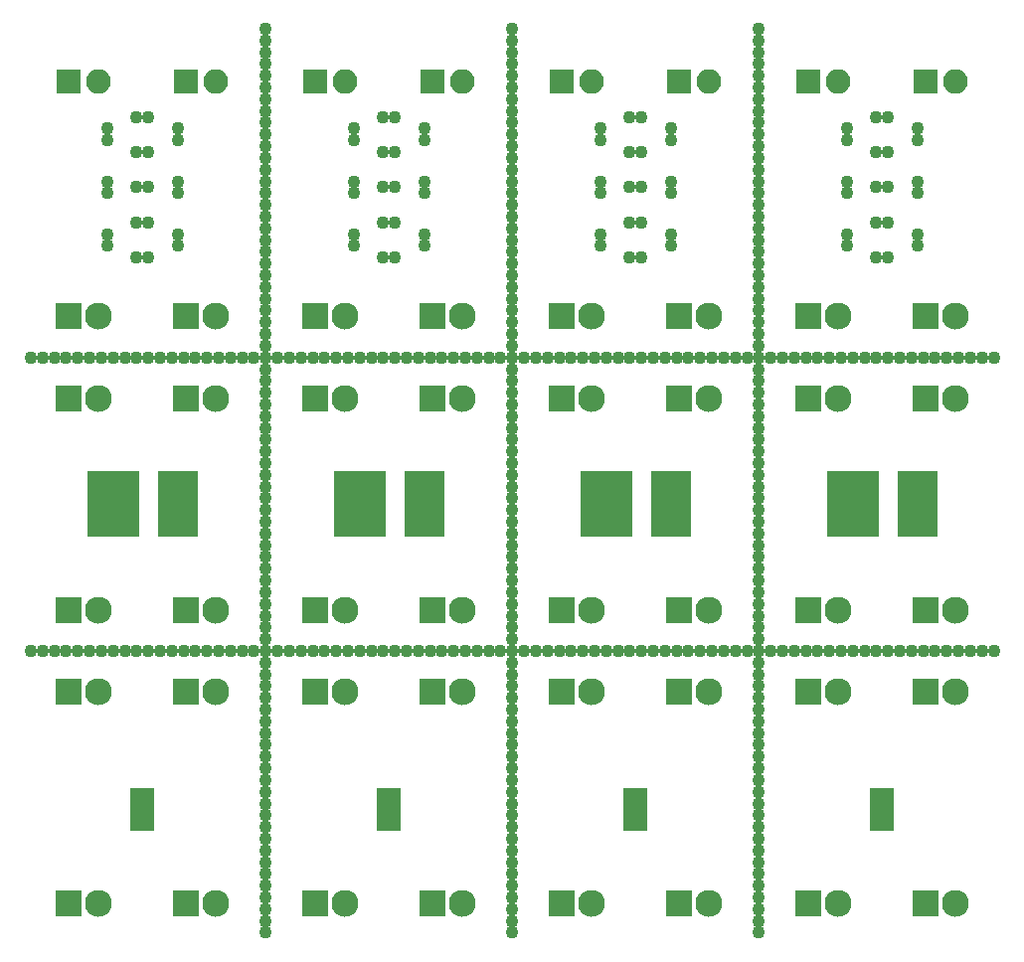
<source format=gbr>
G04 #@! TF.FileFunction,Soldermask,Bot*
%FSLAX46Y46*%
G04 Gerber Fmt 4.6, Leading zero omitted, Abs format (unit mm)*
G04 Created by KiCad (PCBNEW 4.0.5) date 08/19/18 14:23:04*
%MOMM*%
%LPD*%
G01*
G04 APERTURE LIST*
%ADD10C,0.100000*%
%ADD11R,2.300000X2.300000*%
%ADD12C,2.300000*%
%ADD13R,2.100000X2.100000*%
%ADD14O,2.100000X2.100000*%
%ADD15R,4.400000X5.600000*%
%ADD16R,3.400000X5.600000*%
%ADD17R,2.050000X1.900000*%
%ADD18C,1.100000*%
G04 APERTURE END LIST*
D10*
D11*
X120730000Y-78000000D03*
D12*
X123270000Y-78000000D03*
D11*
X120730000Y-103000000D03*
D12*
X123270000Y-103000000D03*
D11*
X130730000Y-103000000D03*
D12*
X133270000Y-103000000D03*
D11*
X120730000Y-71000000D03*
D12*
X123270000Y-71000000D03*
D11*
X130730000Y-71000000D03*
D12*
X133270000Y-71000000D03*
D13*
X130730000Y-51000000D03*
D14*
X133270000Y-51000000D03*
D13*
X120730000Y-51000000D03*
D14*
X123270000Y-51000000D03*
D15*
X124500000Y-87000000D03*
D16*
X130000000Y-87000000D03*
D17*
X127000000Y-113900000D03*
X127000000Y-112100000D03*
D11*
X130730000Y-78000000D03*
D12*
X133270000Y-78000000D03*
D11*
X120730000Y-96000000D03*
D12*
X123270000Y-96000000D03*
D11*
X130730000Y-96000000D03*
D12*
X133270000Y-96000000D03*
D11*
X120730000Y-121000000D03*
D12*
X123270000Y-121000000D03*
D11*
X130730000Y-121000000D03*
D12*
X133270000Y-121000000D03*
D11*
X109730000Y-121000000D03*
D12*
X112270000Y-121000000D03*
D11*
X99730000Y-121000000D03*
D12*
X102270000Y-121000000D03*
D11*
X109730000Y-96000000D03*
D12*
X112270000Y-96000000D03*
D11*
X99730000Y-96000000D03*
D12*
X102270000Y-96000000D03*
D11*
X109730000Y-78000000D03*
D12*
X112270000Y-78000000D03*
D17*
X106000000Y-113900000D03*
X106000000Y-112100000D03*
D15*
X103500000Y-87000000D03*
D16*
X109000000Y-87000000D03*
D13*
X99730000Y-51000000D03*
D14*
X102270000Y-51000000D03*
D13*
X109730000Y-51000000D03*
D14*
X112270000Y-51000000D03*
D11*
X109730000Y-71000000D03*
D12*
X112270000Y-71000000D03*
D11*
X99730000Y-71000000D03*
D12*
X102270000Y-71000000D03*
D11*
X109730000Y-103000000D03*
D12*
X112270000Y-103000000D03*
D11*
X99730000Y-103000000D03*
D12*
X102270000Y-103000000D03*
D11*
X99730000Y-78000000D03*
D12*
X102270000Y-78000000D03*
D11*
X78730000Y-78000000D03*
D12*
X81270000Y-78000000D03*
D11*
X78730000Y-103000000D03*
D12*
X81270000Y-103000000D03*
D11*
X88730000Y-103000000D03*
D12*
X91270000Y-103000000D03*
D11*
X78730000Y-71000000D03*
D12*
X81270000Y-71000000D03*
D11*
X88730000Y-71000000D03*
D12*
X91270000Y-71000000D03*
D13*
X88730000Y-51000000D03*
D14*
X91270000Y-51000000D03*
D13*
X78730000Y-51000000D03*
D14*
X81270000Y-51000000D03*
D15*
X82500000Y-87000000D03*
D16*
X88000000Y-87000000D03*
D17*
X85000000Y-113900000D03*
X85000000Y-112100000D03*
D11*
X88730000Y-78000000D03*
D12*
X91270000Y-78000000D03*
D11*
X78730000Y-96000000D03*
D12*
X81270000Y-96000000D03*
D11*
X88730000Y-96000000D03*
D12*
X91270000Y-96000000D03*
D11*
X78730000Y-121000000D03*
D12*
X81270000Y-121000000D03*
D11*
X88730000Y-121000000D03*
D12*
X91270000Y-121000000D03*
D11*
X67730000Y-121000000D03*
D12*
X70270000Y-121000000D03*
D11*
X57730000Y-121000000D03*
D12*
X60270000Y-121000000D03*
D11*
X67730000Y-96000000D03*
D12*
X70270000Y-96000000D03*
D11*
X57730000Y-96000000D03*
D12*
X60270000Y-96000000D03*
D11*
X67730000Y-78000000D03*
D12*
X70270000Y-78000000D03*
D17*
X64000000Y-113900000D03*
X64000000Y-112100000D03*
D15*
X61500000Y-87000000D03*
D16*
X67000000Y-87000000D03*
D13*
X57730000Y-51000000D03*
D14*
X60270000Y-51000000D03*
D13*
X67730000Y-51000000D03*
D14*
X70270000Y-51000000D03*
D11*
X67730000Y-71000000D03*
D12*
X70270000Y-71000000D03*
D11*
X57730000Y-71000000D03*
D12*
X60270000Y-71000000D03*
D11*
X67730000Y-103000000D03*
D12*
X70270000Y-103000000D03*
D11*
X57730000Y-103000000D03*
D12*
X60270000Y-103000000D03*
D11*
X57730000Y-78000000D03*
D12*
X60270000Y-78000000D03*
D18*
X73500000Y-74500000D03*
X72500000Y-74500000D03*
X71500000Y-74500000D03*
X70500000Y-74500000D03*
X69500000Y-74500000D03*
X68500000Y-74500000D03*
X67500000Y-74500000D03*
X66500000Y-74500000D03*
X67000000Y-64000000D03*
X67000000Y-65000000D03*
X67000000Y-55000000D03*
X67000000Y-56000000D03*
X67000000Y-59500000D03*
X67000000Y-60500000D03*
X61000000Y-64000000D03*
X61000000Y-65000000D03*
X61000000Y-59500000D03*
X61000000Y-60500000D03*
X61000000Y-55000000D03*
X61000000Y-56000000D03*
X64500000Y-66000000D03*
X63500000Y-66000000D03*
X64500000Y-63000000D03*
X63500000Y-63000000D03*
X64500000Y-60000000D03*
X63500000Y-60000000D03*
X64500000Y-57000000D03*
X63500000Y-57000000D03*
X65500000Y-74500000D03*
X64500000Y-74500000D03*
X63500000Y-74500000D03*
X62500000Y-74500000D03*
X61500000Y-74500000D03*
X60500000Y-74500000D03*
X59500000Y-74500000D03*
X58500000Y-74500000D03*
X57500000Y-74500000D03*
X56500000Y-74500000D03*
X55500000Y-74500000D03*
X54500000Y-74500000D03*
X64500000Y-54000000D03*
X63500000Y-54000000D03*
X74500000Y-70500000D03*
X74500000Y-71500000D03*
X74500000Y-66500000D03*
X74500000Y-67500000D03*
X74500000Y-68500000D03*
X74500000Y-69500000D03*
X74500000Y-60500000D03*
X74500000Y-61500000D03*
X74500000Y-58500000D03*
X74500000Y-59500000D03*
X74500000Y-62500000D03*
X74500000Y-63500000D03*
X74500000Y-64500000D03*
X74500000Y-65500000D03*
X74500000Y-48500000D03*
X74500000Y-49500000D03*
X74500000Y-46500000D03*
X74500000Y-47500000D03*
X74500000Y-52500000D03*
X74500000Y-53500000D03*
X74500000Y-50500000D03*
X74500000Y-51500000D03*
X74500000Y-54500000D03*
X74500000Y-55500000D03*
X74500000Y-56500000D03*
X74500000Y-57500000D03*
X74500000Y-84500000D03*
X74500000Y-85500000D03*
X74500000Y-82500000D03*
X74500000Y-83500000D03*
X74500000Y-78500000D03*
X74500000Y-79500000D03*
X74500000Y-80500000D03*
X74500000Y-81500000D03*
X74500000Y-76500000D03*
X74500000Y-77500000D03*
X74500000Y-90500000D03*
X74500000Y-91500000D03*
X74500000Y-86500000D03*
X74500000Y-87500000D03*
X74500000Y-88500000D03*
X74500000Y-89500000D03*
X74500000Y-92500000D03*
X74500000Y-93500000D03*
X74500000Y-94500000D03*
X74500000Y-95500000D03*
X74500000Y-96500000D03*
X74500000Y-97500000D03*
X55500000Y-99500000D03*
X54500000Y-99500000D03*
X57500000Y-99500000D03*
X56500000Y-99500000D03*
X59500000Y-99500000D03*
X58500000Y-99500000D03*
X61500000Y-99500000D03*
X60500000Y-99500000D03*
X63500000Y-99500000D03*
X62500000Y-99500000D03*
X65500000Y-99500000D03*
X64500000Y-99500000D03*
X67500000Y-99500000D03*
X66500000Y-99500000D03*
X69500000Y-99500000D03*
X68500000Y-99500000D03*
X71500000Y-99500000D03*
X70500000Y-99500000D03*
X73500000Y-99500000D03*
X72500000Y-99500000D03*
X74500000Y-122500000D03*
X74500000Y-123500000D03*
X74500000Y-120500000D03*
X74500000Y-121500000D03*
X74500000Y-118500000D03*
X74500000Y-119500000D03*
X74500000Y-114500000D03*
X74500000Y-115500000D03*
X74500000Y-112500000D03*
X74500000Y-113500000D03*
X74500000Y-116500000D03*
X74500000Y-117500000D03*
X74500000Y-100500000D03*
X74500000Y-101500000D03*
X74500000Y-98500000D03*
X74500000Y-99500000D03*
X74500000Y-106500000D03*
X74500000Y-107500000D03*
X74500000Y-102500000D03*
X74500000Y-103500000D03*
X74500000Y-108500000D03*
X74500000Y-109500000D03*
X74500000Y-110500000D03*
X74500000Y-111500000D03*
X92500000Y-99500000D03*
X91500000Y-99500000D03*
X90500000Y-99500000D03*
X89500000Y-99500000D03*
X88500000Y-99500000D03*
X87500000Y-99500000D03*
X86500000Y-99500000D03*
X85500000Y-99500000D03*
X84500000Y-99500000D03*
X83500000Y-99500000D03*
X82500000Y-99500000D03*
X81500000Y-99500000D03*
X80500000Y-99500000D03*
X79500000Y-99500000D03*
X78500000Y-99500000D03*
X77500000Y-99500000D03*
X76500000Y-99500000D03*
X75500000Y-99500000D03*
X85500000Y-54000000D03*
X84500000Y-54000000D03*
X78500000Y-74500000D03*
X77500000Y-74500000D03*
X80500000Y-74500000D03*
X79500000Y-74500000D03*
X82500000Y-74500000D03*
X81500000Y-74500000D03*
X84500000Y-74500000D03*
X83500000Y-74500000D03*
X86500000Y-74500000D03*
X85500000Y-74500000D03*
X85500000Y-57000000D03*
X84500000Y-57000000D03*
X85500000Y-60000000D03*
X84500000Y-60000000D03*
X85500000Y-63000000D03*
X84500000Y-63000000D03*
X85500000Y-66000000D03*
X84500000Y-66000000D03*
X82000000Y-55000000D03*
X82000000Y-56000000D03*
X82000000Y-59500000D03*
X82000000Y-60500000D03*
X82000000Y-64000000D03*
X82000000Y-65000000D03*
X88000000Y-59500000D03*
X88000000Y-60500000D03*
X88000000Y-55000000D03*
X88000000Y-56000000D03*
X88000000Y-64000000D03*
X88000000Y-65000000D03*
X88500000Y-74500000D03*
X87500000Y-74500000D03*
X90500000Y-74500000D03*
X89500000Y-74500000D03*
X92500000Y-74500000D03*
X91500000Y-74500000D03*
X76500000Y-74500000D03*
X75500000Y-74500000D03*
X74500000Y-72500000D03*
X74500000Y-73500000D03*
X74500000Y-74500000D03*
X74500000Y-75500000D03*
X74500000Y-104500000D03*
X74500000Y-105500000D03*
X94500000Y-74500000D03*
X93500000Y-74500000D03*
X94500000Y-99500000D03*
X93500000Y-99500000D03*
X115500000Y-99500000D03*
X114500000Y-99500000D03*
X115500000Y-74500000D03*
X114500000Y-74500000D03*
X95500000Y-104500000D03*
X95500000Y-105500000D03*
X95500000Y-74500000D03*
X95500000Y-75500000D03*
X95500000Y-72500000D03*
X95500000Y-73500000D03*
X97500000Y-74500000D03*
X96500000Y-74500000D03*
X113500000Y-74500000D03*
X112500000Y-74500000D03*
X111500000Y-74500000D03*
X110500000Y-74500000D03*
X109500000Y-74500000D03*
X108500000Y-74500000D03*
X109000000Y-64000000D03*
X109000000Y-65000000D03*
X109000000Y-55000000D03*
X109000000Y-56000000D03*
X109000000Y-59500000D03*
X109000000Y-60500000D03*
X103000000Y-64000000D03*
X103000000Y-65000000D03*
X103000000Y-59500000D03*
X103000000Y-60500000D03*
X103000000Y-55000000D03*
X103000000Y-56000000D03*
X106500000Y-66000000D03*
X105500000Y-66000000D03*
X106500000Y-63000000D03*
X105500000Y-63000000D03*
X106500000Y-60000000D03*
X105500000Y-60000000D03*
X106500000Y-57000000D03*
X105500000Y-57000000D03*
X107500000Y-74500000D03*
X106500000Y-74500000D03*
X105500000Y-74500000D03*
X104500000Y-74500000D03*
X103500000Y-74500000D03*
X102500000Y-74500000D03*
X101500000Y-74500000D03*
X100500000Y-74500000D03*
X99500000Y-74500000D03*
X98500000Y-74500000D03*
X106500000Y-54000000D03*
X105500000Y-54000000D03*
X97500000Y-99500000D03*
X96500000Y-99500000D03*
X99500000Y-99500000D03*
X98500000Y-99500000D03*
X101500000Y-99500000D03*
X100500000Y-99500000D03*
X103500000Y-99500000D03*
X102500000Y-99500000D03*
X105500000Y-99500000D03*
X104500000Y-99500000D03*
X107500000Y-99500000D03*
X106500000Y-99500000D03*
X109500000Y-99500000D03*
X108500000Y-99500000D03*
X111500000Y-99500000D03*
X110500000Y-99500000D03*
X113500000Y-99500000D03*
X112500000Y-99500000D03*
X95500000Y-110500000D03*
X95500000Y-111500000D03*
X95500000Y-108500000D03*
X95500000Y-109500000D03*
X95500000Y-102500000D03*
X95500000Y-103500000D03*
X95500000Y-106500000D03*
X95500000Y-107500000D03*
X95500000Y-98500000D03*
X95500000Y-99500000D03*
X95500000Y-100500000D03*
X95500000Y-101500000D03*
X95500000Y-116500000D03*
X95500000Y-117500000D03*
X95500000Y-112500000D03*
X95500000Y-113500000D03*
X95500000Y-114500000D03*
X95500000Y-115500000D03*
X95500000Y-118500000D03*
X95500000Y-119500000D03*
X95500000Y-120500000D03*
X95500000Y-121500000D03*
X95500000Y-122500000D03*
X95500000Y-123500000D03*
X95500000Y-96500000D03*
X95500000Y-97500000D03*
X95500000Y-94500000D03*
X95500000Y-95500000D03*
X95500000Y-92500000D03*
X95500000Y-93500000D03*
X95500000Y-88500000D03*
X95500000Y-89500000D03*
X95500000Y-86500000D03*
X95500000Y-87500000D03*
X95500000Y-90500000D03*
X95500000Y-91500000D03*
X95500000Y-76500000D03*
X95500000Y-77500000D03*
X95500000Y-80500000D03*
X95500000Y-81500000D03*
X95500000Y-78500000D03*
X95500000Y-79500000D03*
X95500000Y-82500000D03*
X95500000Y-83500000D03*
X95500000Y-84500000D03*
X95500000Y-85500000D03*
X95500000Y-56500000D03*
X95500000Y-57500000D03*
X95500000Y-54500000D03*
X95500000Y-55500000D03*
X95500000Y-50500000D03*
X95500000Y-51500000D03*
X95500000Y-52500000D03*
X95500000Y-53500000D03*
X95500000Y-46500000D03*
X95500000Y-47500000D03*
X95500000Y-48500000D03*
X95500000Y-49500000D03*
X95500000Y-64500000D03*
X95500000Y-65500000D03*
X95500000Y-62500000D03*
X95500000Y-63500000D03*
X95500000Y-58500000D03*
X95500000Y-59500000D03*
X95500000Y-60500000D03*
X95500000Y-61500000D03*
X95500000Y-68500000D03*
X95500000Y-69500000D03*
X95500000Y-66500000D03*
X95500000Y-67500000D03*
X95500000Y-70500000D03*
X95500000Y-71500000D03*
X116500000Y-70500000D03*
X116500000Y-71500000D03*
X116500000Y-66500000D03*
X116500000Y-67500000D03*
X116500000Y-68500000D03*
X116500000Y-69500000D03*
X116500000Y-60500000D03*
X116500000Y-61500000D03*
X116500000Y-58500000D03*
X116500000Y-59500000D03*
X116500000Y-62500000D03*
X116500000Y-63500000D03*
X116500000Y-64500000D03*
X116500000Y-65500000D03*
X116500000Y-48500000D03*
X116500000Y-49500000D03*
X116500000Y-46500000D03*
X116500000Y-47500000D03*
X116500000Y-52500000D03*
X116500000Y-53500000D03*
X116500000Y-50500000D03*
X116500000Y-51500000D03*
X116500000Y-54500000D03*
X116500000Y-55500000D03*
X116500000Y-56500000D03*
X116500000Y-57500000D03*
X116500000Y-84500000D03*
X116500000Y-85500000D03*
X116500000Y-82500000D03*
X116500000Y-83500000D03*
X116500000Y-78500000D03*
X116500000Y-79500000D03*
X116500000Y-80500000D03*
X116500000Y-81500000D03*
X116500000Y-76500000D03*
X116500000Y-77500000D03*
X116500000Y-90500000D03*
X116500000Y-91500000D03*
X116500000Y-86500000D03*
X116500000Y-87500000D03*
X116500000Y-88500000D03*
X116500000Y-89500000D03*
X116500000Y-92500000D03*
X116500000Y-93500000D03*
X116500000Y-94500000D03*
X116500000Y-95500000D03*
X116500000Y-96500000D03*
X116500000Y-97500000D03*
X116500000Y-120500000D03*
X116500000Y-121500000D03*
X116500000Y-118500000D03*
X116500000Y-119500000D03*
X116500000Y-114500000D03*
X116500000Y-115500000D03*
X116500000Y-112500000D03*
X116500000Y-113500000D03*
X116500000Y-116500000D03*
X116500000Y-117500000D03*
X116500000Y-100500000D03*
X116500000Y-101500000D03*
X116500000Y-98500000D03*
X116500000Y-99500000D03*
X116500000Y-106500000D03*
X116500000Y-107500000D03*
X116500000Y-102500000D03*
X116500000Y-103500000D03*
X116500000Y-108500000D03*
X116500000Y-109500000D03*
X116500000Y-110500000D03*
X116500000Y-111500000D03*
X134500000Y-99500000D03*
X133500000Y-99500000D03*
X132500000Y-99500000D03*
X131500000Y-99500000D03*
X130500000Y-99500000D03*
X129500000Y-99500000D03*
X128500000Y-99500000D03*
X127500000Y-99500000D03*
X126500000Y-99500000D03*
X125500000Y-99500000D03*
X124500000Y-99500000D03*
X123500000Y-99500000D03*
X122500000Y-99500000D03*
X121500000Y-99500000D03*
X120500000Y-99500000D03*
X119500000Y-99500000D03*
X118500000Y-99500000D03*
X117500000Y-99500000D03*
X127500000Y-54000000D03*
X126500000Y-54000000D03*
X120500000Y-74500000D03*
X119500000Y-74500000D03*
X122500000Y-74500000D03*
X121500000Y-74500000D03*
X124500000Y-74500000D03*
X123500000Y-74500000D03*
X126500000Y-74500000D03*
X125500000Y-74500000D03*
X128500000Y-74500000D03*
X127500000Y-74500000D03*
X127500000Y-57000000D03*
X126500000Y-57000000D03*
X127500000Y-60000000D03*
X126500000Y-60000000D03*
X127500000Y-63000000D03*
X126500000Y-63000000D03*
X127500000Y-66000000D03*
X126500000Y-66000000D03*
X124000000Y-55000000D03*
X124000000Y-56000000D03*
X124000000Y-59500000D03*
X124000000Y-60500000D03*
X124000000Y-64000000D03*
X124000000Y-65000000D03*
X130000000Y-59500000D03*
X130000000Y-60500000D03*
X130000000Y-55000000D03*
X130000000Y-56000000D03*
X130000000Y-64000000D03*
X130000000Y-65000000D03*
X130500000Y-74500000D03*
X129500000Y-74500000D03*
X132500000Y-74500000D03*
X131500000Y-74500000D03*
X134500000Y-74500000D03*
X133500000Y-74500000D03*
X118500000Y-74500000D03*
X117500000Y-74500000D03*
X116500000Y-72500000D03*
X116500000Y-73500000D03*
X116500000Y-74500000D03*
X116500000Y-75500000D03*
X116500000Y-104500000D03*
X116500000Y-105500000D03*
X136500000Y-74500000D03*
X135500000Y-74500000D03*
X136500000Y-99500000D03*
X135500000Y-99500000D03*
X116500000Y-122500000D03*
X116500000Y-123500000D03*
M02*

</source>
